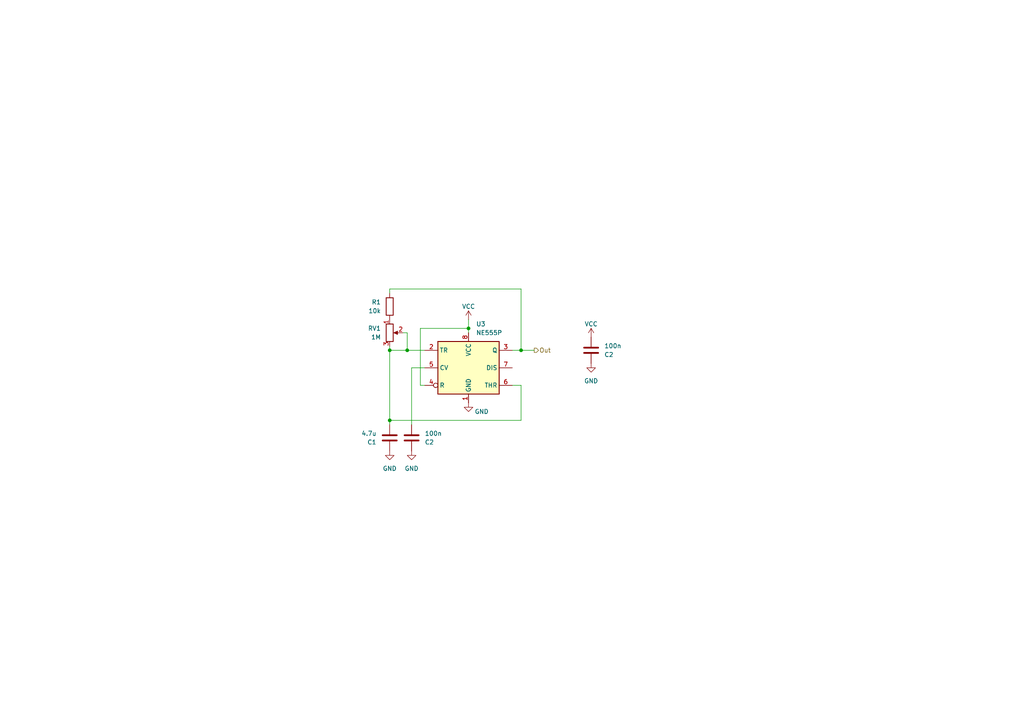
<source format=kicad_sch>
(kicad_sch (version 20230121) (generator eeschema)
  (paper "A4")
  (lib_symbols
    (symbol "Device:C" (pin_numbers hide) (pin_names (offset 0.254))
      (property "Reference" "C" (at 0.635 2.54 0))
      (property "Value" "C" (at 0.635 -2.54 0))
      (symbol "C_0_1"
        (polyline (pts (xy -2.032 -0.762) (xy 2.032 -0.762)) (stroke (width 0.508)))
        (polyline (pts (xy -2.032 0.762) (xy 2.032 0.762)) (stroke (width 0.508)))
      )
      (symbol "C_1_1"
        (pin passive line (at 0 3.81 270) (length 2.794) (name "~") (number "1"))
        (pin passive line (at 0 -3.81 90) (length 2.794) (name "~") (number "2"))
      )
    )
    (symbol "Device:R" (pin_numbers hide) (pin_names (offset 0))
      (property "Reference" "R" (at 2.032 0 90))
      (property "Value" "R" (at 0 0 90))
      (symbol "R_0_1"
        (rectangle (start -1.016 -2.54) (end 1.016 2.54) (stroke (width 0.254)))
      )
      (symbol "R_1_1"
        (pin passive line (at 0 3.81 270) (length 1.27) (name "~") (number "1"))
        (pin passive line (at 0 -3.81 90) (length 1.27) (name "~") (number "2"))
      )
    )
    (symbol "Device:R_Potentiometer" (pin_names (offset 1.016) hide)
      (property "Reference" "RV" (at -4.445 0 90))
      (property "Value" "R_Potentiometer" (at -2.54 0 90))
      (symbol "R_Potentiometer_0_1"
        (polyline (pts (xy 2.54 0) (xy 1.524 0)))
        (polyline (pts (xy 1.143 0) (xy 2.286 0.508) (xy 2.286 -0.508) (xy 1.143 0)) (fill (type outline)))
        (rectangle (start 1.016 2.54) (end -1.016 -2.54) (stroke (width 0.254)))
      )
      (symbol "R_Potentiometer_1_1"
        (pin passive line (at 0 3.81 270) (length 1.27) (name "1") (number "1"))
        (pin passive line (at 3.81 0 180) (length 1.27) (name "2") (number "2"))
        (pin passive line (at 0 -3.81 90) (length 1.27) (name "3") (number "3"))
      )
    )
    (symbol "Timer:NE555P"
      (property "Reference" "U" (at -10.16 8.89 0))
      (property "Value" "NE555P" (at 2.54 8.89 0))
      (symbol "NE555P_0_0"
        (pin power_in line (at 0 -10.16 90) (length 2.54) (name "GND") (number "1"))
        (pin power_in line (at 0 10.16 270) (length 2.54) (name "VCC") (number "8"))
      )
      (symbol "NE555P_0_1"
        (rectangle (start -8.89 -7.62) (end 8.89 7.62) (stroke (width 0.254)) (fill (type background)))
        (rectangle (start -8.89 -7.62) (end 8.89 7.62) (stroke (width 0.254)) (fill (type background)))
      )
      (symbol "NE555P_1_1"
        (pin input line (at -12.7 5.08 0) (length 3.81) (name "TR") (number "2"))
        (pin output line (at 12.7 5.08 180) (length 3.81) (name "Q") (number "3"))
        (pin input inverted (at -12.7 -5.08 0) (length 3.81) (name "R") (number "4"))
        (pin input line (at -12.7 0 0) (length 3.81) (name "CV") (number "5"))
        (pin input line (at 12.7 -5.08 180) (length 3.81) (name "THR") (number "6"))
        (pin input line (at 12.7 0 180) (length 3.81) (name "DIS") (number "7"))
      )
    )
    (symbol "power:GND" (power) (pin_names (offset 0))
      (property "Value" "GND" (at 0 -3.81 0))
      (symbol "GND_0_1"
        (polyline (pts (xy 0 0) (xy 0 -1.27) (xy 1.27 -1.27) (xy 0 -2.54) (xy -1.27 -1.27) (xy 0 -1.27)))
      )
      (symbol "GND_1_1"
        (pin power_in line (at 0 0 270) (length 0) hide (name "GND") (number "1"))
      )
    )
    (symbol "power:VCC" (power) (pin_names (offset 0))
      (property "Value" "VCC" (at 0 3.81 0))
      (symbol "VCC_0_1"
        (polyline (pts (xy -0.762 1.27) (xy 0 2.54)))
        (polyline (pts (xy 0 0) (xy 0 2.54)))
        (polyline (pts (xy 0 2.54) (xy 0.762 1.27)))
      )
      (symbol "VCC_1_1"
        (pin power_in line (at 0 0 90) (length 0) hide (name "VCC") (number "1"))
      )
    )
  )
  (junction (at 113.03 121.92))
  (junction (at 118.11 101.6))
  (junction (at 151.13 101.6))
  (junction (at 135.89 95.25))
  (junction (at 113.03 101.6))
  (wire (pts (xy 135.89 95.25) (xy 135.89 96.52)))
  (wire (pts (xy 151.13 111.76) (xy 151.13 121.92)))
  (wire (pts (xy 113.03 83.82) (xy 113.03 85.09)))
  (wire (pts (xy 151.13 83.82) (xy 151.13 101.6)))
  (wire (pts (xy 151.13 83.82) (xy 113.03 83.82)))
  (wire (pts (xy 135.89 92.71) (xy 135.89 95.25)))
  (wire (pts (xy 121.92 95.25) (xy 135.89 95.25)))
  (wire (pts (xy 151.13 101.6) (xy 154.94 101.6)))
  (wire (pts (xy 116.84 96.52) (xy 118.11 96.52)))
  (wire (pts (xy 123.19 111.76) (xy 121.92 111.76)))
  (wire (pts (xy 113.03 123.19) (xy 113.03 121.92)))
  (wire (pts (xy 119.38 106.68) (xy 123.19 106.68)))
  (wire (pts (xy 148.59 101.6) (xy 151.13 101.6)))
  (wire (pts (xy 121.92 111.76) (xy 121.92 95.25)))
  (wire (pts (xy 118.11 101.6) (xy 123.19 101.6)))
  (wire (pts (xy 118.11 96.52) (xy 118.11 101.6)))
  (wire (pts (xy 118.11 101.6) (xy 113.03 101.6)))
  (wire (pts (xy 113.03 101.6) (xy 113.03 121.92)))
  (wire (pts (xy 113.03 101.6) (xy 113.03 100.33)))
  (wire (pts (xy 113.03 121.92) (xy 151.13 121.92)))
  (wire (pts (xy 119.38 123.19) (xy 119.38 106.68)))
  (wire (pts (xy 148.59 111.76) (xy 151.13 111.76)))
  (hierarchical_label "Out" (shape output) (at 154.94 101.6 0))
  (symbol (lib_id "power:GND") (at 119.38 130.81 0) (unit 1)
    (property "Reference" "#PWR03" (effects hide))
    (property "Value" "GND" (at 119.38 135.89 0))
    (instances (project "christmas" (path "" (reference "#PWR03") (unit 1)) (path "" (reference "#PWR06") (unit 1)) (path "" (reference "#PWR08") (unit 1))))
  )
  (symbol (lib_id "Timer:NE555P") (at 135.89 106.68 0) (unit 1)
    (property "Reference" "U3" (at 138.0841 93.98 0) (effects (justify left)))
    (property "Value" "NE555P" (at 138.0841 96.52 0) (effects (justify left)))
    (property "Footprint" "Package_DIP:DIP-8_W7.62mm" (effects hide))
    (property "Datasheet" "http://www.ti.com/lit/ds/symlink/ne555.pdf" (effects hide))
    (instances (project "christmas" (path "" (reference "U3") (unit 1)) (path "" (reference "U1") (unit 1)) (path "" (reference "U3") (unit 1))))
  )
  (symbol (lib_id "power:GND") (at 135.89 116.84 0) (unit 1)
    (property "Reference" "#PWR08" (effects hide))
    (property "Value" "GND" (at 139.7 119.38 0))
    (instances (project "christmas" (path "" (reference "#PWR08") (unit 1)) (path "" (reference "#PWR010") (unit 1)) (path "" (reference "#PWR014") (unit 1))))
  )
  (symbol (lib_id "Device:C") (at 171.45 101.6 0) (mirror x) (unit 1)
    (property "Reference" "C2" (at 175.26 102.87 0) (effects (justify left)))
    (property "Value" "100n" (at 175.26 100.33 0) (effects (justify left)))
    (property "Footprint" "Capacitor_THT:C_Disc_D5.0mm_W2.5mm_P5.00mm" (effects hide))
    (instances (project "christmas" (path "" (reference "C2") (unit 1)) (path "" (reference "C5") (unit 1)) (path "" (reference "C7") (unit 1))))
  )
  (symbol (lib_id "power:VCC") (at 135.89 92.71 0) (unit 1)
    (property "Reference" "#PWR07" (effects hide))
    (property "Value" "VCC" (at 135.89 88.9 0))
    (instances (project "christmas" (path "" (reference "#PWR07") (unit 1)) (path "" (reference "#PWR09") (unit 1)) (path "" (reference "#PWR013") (unit 1))))
  )
  (symbol (lib_id "Device:C") (at 113.03 127 180) (unit 1)
    (property "Reference" "C1" (at 109.22 128.27 0) (effects (justify left)))
    (property "Value" "4.7u" (at 109.22 125.73 0) (effects (justify left)))
    (property "Footprint" "Capacitor_THT:C_Disc_D5.0mm_W2.5mm_P5.00mm" (effects hide))
    (property "Datasheet" "https://product.tdk.com/en/system/files?file=dam/doc/product/capacitor/ceramic/lead-mlcc/catalog/leadmlcc_conventional_fk_en.pdf" (effects hide))
    (property "Distributor" "https://www.mouser.de/ProductDetail/TDK/FK28X5R0J105K?qs=zLBlM7QTTNrG4I3PJ1W9Pg%3D%3D" (effects hide))
    (instances (project "christmas" (path "" (reference "C1") (unit 1)) (path "" (reference "C3") (unit 1)) (path "" (reference "C2") (unit 1))))
  )
  (symbol (lib_id "power:GND") (at 171.45 105.41 0) (unit 1)
    (property "Reference" "#PWR03" (effects hide))
    (property "Value" "GND" (at 171.45 110.49 0))
    (instances (project "christmas" (path "" (reference "#PWR03") (unit 1)) (path "" (reference "#PWR012") (unit 1)) (path "" (reference "#PWR016") (unit 1))))
  )
  (symbol (lib_id "power:GND") (at 113.03 130.81 0) (unit 1)
    (property "Reference" "#PWR01" (effects hide))
    (property "Value" "GND" (at 113.03 135.89 0))
    (instances (project "christmas" (path "" (reference "#PWR01") (unit 1)) (path "" (reference "#PWR02") (unit 1)) (path "" (reference "#PWR07") (unit 1))))
  )
  (symbol (lib_id "power:VCC") (at 171.45 97.79 0) (unit 1)
    (property "Reference" "#PWR07" (effects hide))
    (property "Value" "VCC" (at 171.45 93.98 0))
    (instances (project "christmas" (path "" (reference "#PWR07") (unit 1)) (path "" (reference "#PWR011") (unit 1)) (path "" (reference "#PWR015") (unit 1))))
  )
  (symbol (lib_id "Device:R_Potentiometer") (at 113.03 96.52 0) (unit 1)
    (property "Reference" "RV1" (at 110.49 95.25 0) (effects (justify right)))
    (property "Value" "1M" (at 110.49 97.79 0) (effects (justify right)))
    (property "Footprint" "poti_rv09a:RV09AF-40-ALPHA-POT" (effects hide))
    (property "DIstributor" "https://www.mouser.de/ProductDetail/Amphenol-Piher/PT10MV10-105B2020-PM-S?qs=t7xnP681wgVwo%252BS7b%2FwjCw%3D%3D" (effects hide))
    (instances (project "christmas" (path "" (reference "RV1") (unit 1)) (path "" (reference "RV2") (unit 1)) (path "" (reference "RV1") (unit 1))))
  )
  (symbol (lib_id "Device:C") (at 119.38 127 0) (mirror x) (unit 1)
    (property "Reference" "C2" (at 123.19 128.27 0) (effects (justify left)))
    (property "Value" "100n" (at 123.19 125.73 0) (effects (justify left)))
    (property "Footprint" "Capacitor_THT:C_Disc_D5.0mm_W2.5mm_P5.00mm" (effects hide))
    (instances (project "christmas" (path "" (reference "C2") (unit 1)) (path "" (reference "C4") (unit 1)) (path "" (reference "C6") (unit 1))))
  )
  (symbol (lib_id "Device:R") (at 113.03 88.9 0) (mirror x) (unit 1)
    (property "Reference" "R1" (at 110.49 87.63 0) (effects (justify right)))
    (property "Value" "10k" (at 110.49 90.17 0) (effects (justify right)))
    (property "Footprint" "Resistor_THT:R_Axial_DIN0207_L6.3mm_D2.5mm_P7.62mm_Horizontal" (effects hide))
    (instances (project "christmas" (path "" (reference "R1") (unit 1)) (path "" (reference "R2") (unit 1)) (path "" (reference "R10") (unit 1))))
  )
)
</source>
